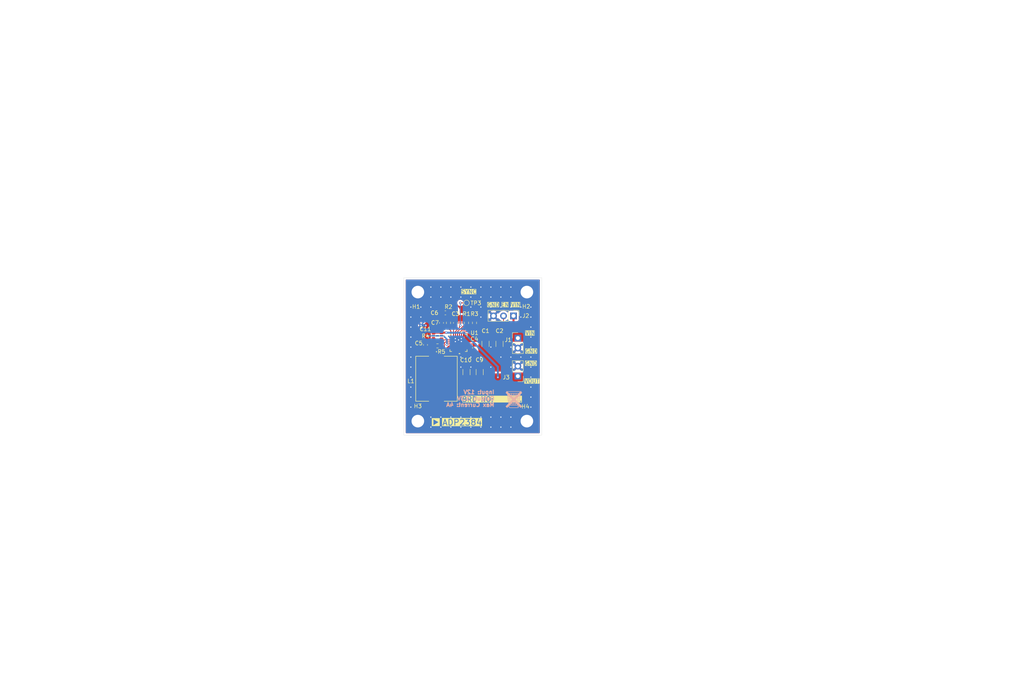
<source format=kicad_pcb>
(kicad_pcb (version 20241229) (generator "pcbnew") (generator_version "9.0")
  (title_block (title "ADP2384 Board") (date "2025-10-19") (rev "A1") (company "ARD"))
  (layers (0 "F.Cu" signal) (2 "B.Cu" jumper) (13 "F.Paste" user) (15 "B.Paste" user) (5 "F.SilkS" user "F.Silkscreen") (7 "B.SilkS" user "B.Silkscreen") (1 "F.Mask" user) (3 "B.Mask" user) (25 "Edge.Cuts" user))
  (net 0 "")
  (net 1 "GND")
  (net 2 "VIN")
  (net 3 "VREG_5V")
  (net 4 "Net-(C6-Pad2)")
  (net 5 "VCC_3V3")
  (net 6 "/SS")
  (net 7 "/BST")
  (net 8 "/SW")
  (net 9 "/COMP")
  (net 10 "/RT")
  (net 11 "/PG")
  (net 12 "/FB")
  (net 13 "/SYNC")
  (net 14 "/EN")
  (net 15 "GNDA")
  (footprint "MountingHole:MountingHole_3.2mm_M3_DIN965_Pad_TopBottom" (layer "F.Cu") (at 151.984 124.008)
    (property "Reference" "H4")
    (property "Value" "MountingHole_Pad" (hide yes))
  )
  (footprint "Capacitor_SMD:C_1206_3216Metric" (layer "F.Cu") (at 136.652 111.56 -90)
    (property "Reference" "C10")
    (property "Value" "47uF" (hide yes))
  )
  (footprint "MountingHole:MountingHole_3.2mm_M3_DIN965_Pad_TopBottom" (layer "F.Cu") (at 124.298 91.242)
    (property "Reference" "H1")
    (property "Value" "MountingHole_Pad" (hide yes))
  )
  (footprint "ADP2384:CP_24_12_ADI" (layer "F.Cu") (at 134.62 104.14)
    (property "Reference" "U1")
    (property "Value" "ADP2384" (hide yes))
  )
  (footprint "Capacitor_SMD:C_0603_1608Metric" (layer "F.Cu") (at 130.302 99.06 -90)
    (property "Reference" "C7")
    (property "Value" "4.7pF" (hide yes))
  )
  (footprint "Connector_PinHeader_2.54mm:PinHeader_1x02_P2.54mm_Vertical" (layer "F.Cu") (at 149.698 102.921)
    (property "Reference" "J1")
    (property "Value" "Conn_01x02" (hide yes))
  )
  (footprint "Capacitor_SMD:C_0603_1608Metric" (layer "F.Cu") (at 138.684 105.41 90)
    (property "Reference" "C4")
    (property "Value" "0.1uF" (hide yes))
  )
  (footprint "Connector_PinHeader_2.54mm:PinHeader_1x02_P2.54mm_Vertical" (layer "F.Cu") (at 149.698 112.583 180)
    (property "Reference" "J3")
    (property "Value" "Conn_01x02" (hide yes))
  )
  (footprint "Capacitor_SMD:C_0603_1608Metric" (layer "F.Cu") (at 133.858 99.06 -90)
    (property "Reference" "C3")
    (property "Value" "22nF" (hide yes))
  )
  (footprint "Resistor_SMD:R_0603_1608Metric" (layer "F.Cu") (at 129.286 104.902 180)
    (property "Reference" "R5")
    (property "Value" "2.21k" (hide yes))
  )
  (footprint "TestPoint:TestPoint_Pad_D1.0mm" (layer "F.Cu") (at 136.652 93.98)
    (property "Reference" "TP3")
    (property "Value" "TestPoint" (hide yes))
  )
  (footprint "Capacitor_SMD:C_1206_3216Metric" (layer "F.Cu") (at 141.478 104.394 90)
    (property "Reference" "C1")
    (property "Value" "10uF" (hide yes))
  )
  (footprint "Connector_PinHeader_2.54mm:PinHeader_1x03_P2.54mm_Vertical" (layer "F.Cu") (at 148.59 97.282 -90)
    (property "Reference" "J2")
    (property "Value" "Conn_01x03" (hide yes))
  )
  (footprint "Resistor_SMD:R_0603_1608Metric" (layer "F.Cu") (at 138.684 99.06 90)
    (property "Reference" "R3")
    (property "Value" "10k" (hide yes))
  )
  (footprint "Resistor_SMD:R_0603_1608Metric" (layer "F.Cu") (at 130.302 102.362 -90)
    (property "Reference" "R4")
    (property "Value" "10k" (hide yes))
  )
  (footprint "Capacitor_SMD:C_0603_1608Metric" (layer "F.Cu") (at 126.238 104.648 -90)
    (property "Reference" "C5")
    (property "Value" "1uF" (hide yes))
  )
  (footprint "Resistor_SMD:R_0603_1608Metric" (layer "F.Cu") (at 132.08 99.06 90)
    (property "Reference" "R2")
    (property "Value" "31.6k" (hide yes))
  )
  (footprint "Resistor_SMD:R_0603_1608Metric" (layer "F.Cu") (at 136.652 99.06 90)
    (property "Reference" "R1")
    (property "Value" "100k" (hide yes))
  )
  (footprint "MountingHole:MountingHole_3.2mm_M3_DIN965_Pad_TopBottom" (layer "F.Cu") (at 151.984 91.242)
    (property "Reference" "H2")
    (property "Value" "MountingHole_Pad" (hide yes))
  )
  (footprint "MountingHole:MountingHole_3.2mm_M3_DIN965_Pad_TopBottom" (layer "F.Cu") (at 124.298 124.008)
    (property "Reference" "H3")
    (property "Value" "MountingHole_Pad" (hide yes))
  )
  (footprint "Capacitor_SMD:C_1206_3216Metric" (layer "F.Cu") (at 145.034 104.394 90)
    (property "Reference" "C2")
    (property "Value" "10uF" (hide yes))
  )
  (footprint "Capacitor_SMD:C_0603_1608Metric" (layer "F.Cu") (at 128.27 102.349 90)
    (property "Reference" "C11")
    (property "Value" "10uF" (hide yes))
  )
  (footprint "Capacitor_SMD:C_0603_1608Metric" (layer "F.Cu") (at 131.2926 96.52)
    (property "Reference" "C6")
    (property "Value" "1500pF" (hide yes))
  )
  (footprint "NetTie:NetTie-2_THT_Pad0.3mm" (layer "F.Cu") (at 126.33 99.704018 180)
    (property "Reference" "NT1" (hide yes))
    (property "Value" "NetTie_2" (hide yes))
  )
  (footprint "Capacitor_SMD:C_1206_3216Metric" (layer "F.Cu") (at 140.002 111.56 -90)
    (property "Reference" "C9")
    (property "Value" "47uF" (hide yes))
  )
  (footprint "IHLP-4040DZ-01:IND_IHLP-4040DZ_VIS" (layer "F.Cu") (at 129.032 113.2459 -90)
    (property "Reference" "L1")
    (property "Value" "3.3uH" (hide yes))
  )
  (gr_poly (pts (xy 131.646417 105.37455) (xy 130.3274 106.68) (xy 123.933798 106.68) (xy 123.924278 110.5408) (xy 134.0358 110.5408) (xy 134.0358 107.7468) (xy 133.4008 106.934) (xy 133.4008 105.470744) (xy 133.59733 105.3084) (xy 135.844133 105.3084) (xy 135.838463 104.613303) (xy 133.415281 104.606227) (xy 133.200841 104.8512) (xy 132.233702 104.8512)) (stroke (width 0.2)) (fill yes) (layer "F.Cu") (net 8))
  (gr_poly (pts (xy 133.604 115.57) (xy 134.619423 114.91051) (xy 134.620187 112.420279) (xy 135.026426 112.014) (xy 146.557999 112.014) (xy 147.828 111.76) (xy 151.638 111.76) (xy 151.638 119.797139) (xy 149.952 121.362694) (xy 126.584 121.359791) (xy 126.155031 121.155944) (xy 125.075151 120.794035) (xy 123.952 120.706) (xy 123.9393 115.57)) (stroke (width 0.2)) (fill yes) (layer "F.Cu") (net 5))
  (gr_poly (pts (xy 137.414 105.7148) (xy 136.9822 105.3592) (xy 136.271 105.3592) (xy 136.271 105.791) (xy 133.858 105.791) (xy 133.858 106.3752) (xy 134.0104 106.3752) (xy 134.140234 106.526673) (xy 137.414 106.5276)) (stroke (width 0.2)) (fill yes) (layer "F.Cu") (net 1))
  (gr_poly (pts (xy 129.032 105.001224) (xy 128.727408 105.291572) (xy 127.762 105.294186) (xy 127.254 104.627431) (xy 126.218899 104.633369) (xy 125.73 104.029436) (xy 125.73 99.704018) (xy 130.2766 94.996) (xy 133.766664 94.996) (xy 134.321468 95.758) (xy 134.334686 96.746953) (xy 134.705657 97.174992) (xy 136.802086 97.173358) (xy 137.2362 97.572028) (xy 137.2362 98.3234) (xy 136.8552 98.6536) (xy 133.3754 98.6536) (xy 133.096 98.3234) (xy 133.096 96.1898) (xy 132.719482 95.7326) (xy 131.415769 95.7326) (xy 131.005958 96.2152) (xy 130.992336 98.330662) (xy 130.7084 98.6282) (xy 129.4384 98.6282) (xy 127.4826 100.584) (xy 127.4826 103.6066) (xy 127.8128 103.9368) (xy 128.7526 103.9368) (xy 129.032 104.1908)) (stroke (width 0.2)) (fill yes) (layer "F.Cu") (net 15))
  (gr_poly (pts (xy 135.8646 102.482041) (xy 136.151972 102.482041) (xy 136.271 102.598255) (xy 136.271 103.914441) (xy 137.652893 103.914441) (xy 138.30746 103.787441) (xy 151.202907 103.750323) (xy 151.228347 100.303628) (xy 141.859 100.33) (xy 140.312099 101.80865) (xy 135.915767 101.824802) (xy 135.8646 101.875614)) (stroke (width 0.2)) (fill yes) (layer "F.Cu") (net 2))
  (gr_poly (pts (xy 129.860666 125.275447) (xy 127.841366 125.275447) (xy 127.841366 125.017994) (xy 128.256987 125.017994) (xy 129.523124 124.273735) (xy 128.256987 123.5619) (xy 128.256987 125.017994) (xy 127.841366 125.017994) (xy 127.841366 123.246) (xy 129.860666 123.246)) (fill yes) (layer "F.SilkS"))
  (gr_poly (pts (xy 146.565334 116.811334) (xy 148.297032 118.543032) (xy 146.565334 120.27473) (xy 146.950302 120.659698) (xy 148.682 118.928) (xy 150.413698 120.659698) (xy 150.798667 120.27473) (xy 149.066969 118.543032) (xy 150.798667 116.811334) (xy 150.413698 116.426365) (xy 148.682 118.158063) (xy 146.950302 116.426365)) (fill yes) (layer "B.SilkS"))
  (gr_poly (pts (xy 150.594386 116.43042) (xy 150.597752 116.430676) (xy 150.601069 116.431098) (xy 150.604334 116.431681) (xy 150.60754 116.432421) (xy 150.610686 116.433314) (xy 150.613766 116.434356) (xy 150.616776 116.435543) (xy 150.619712 116.436871) (xy 150.62257 116.438334) (xy 150.625345 116.43993) (xy 150.628035 116.441655) (xy 150.630634 116.443503) (xy 150.633138 116.44547) (xy 150.635543 116.447554) (xy 150.637845 116.449749) (xy 150.64004 116.452051) (xy 150.642123 116.454456) (xy 150.644091 116.45696) (xy 150.645939 116.459558) (xy 150.647663 116.462248) (xy 150.649259 116.465024) (xy 150.650723 116.467882) (xy 150.65205 116.470818) (xy 150.653237 116.473828) (xy 150.654279 116.476908) (xy 150.655173 116.480053) (xy 150.655913 116.48326) (xy 150.656496 116.486524) (xy 150.656917 116.489841) (xy 150.657173 116.493207) (xy 150.657259 116.496618) (xy 150.657173 116.500029) (xy 150.656917 116.503395) (xy 150.656496 116.506712) (xy 150.655913 116.509976) (xy 150.655173 116.513183) (xy 150.654279 116.516328) (xy 150.653237 116.519408) (xy 150.65205 116.522418) (xy 150.650723 116.525354) (xy 150.649259 116.528212) (xy 150.647663 116.530988) (xy 150.645939 116.533677) (xy 150.644091 116.536276) (xy 150.642123 116.53878) (xy 150.64004 116.541185) (xy 150.637845 116.543487) (xy 150.635543 116.545682) (xy 150.633138 116.547765) (xy 150.630634 116.549733) (xy 150.628035 116.551581) (xy 150.625345 116.553305) (xy 150.62257 116.554901) (xy 150.619712 116.556365) (xy 150.616776 116.557693) (xy 150.613766 116.55888) (xy 150.610686 116.559922) (xy 150.60754 116.560815) (xy 150.604334 116.561555) (xy 150.601069 116.562138) (xy 150.597752 116.56256) (xy 150.594386 116.562816) (xy 150.590975 116.562902) (xy 150.437665 116.562902) (xy 150.232892 118.267053) (xy 150.232821 118.268448) (xy 150.232726 118.269836) (xy 150.232606 118.271216) (xy 150.23246 118.272587) (xy 150.232286 118.27395) (xy 150.232083 118.275302) (xy 150.231849 118.276645) (xy 150.231584 118.277976) (xy 149.981579 120.358673) (xy 149.979105 120.374867) (xy 149.97591 120.390792) (xy 149.972011 120.406432) (xy 149.967426 120.42177) (xy 149.962174 120.436791) (xy 149.956274 120.451478) (xy 149.949743 120.465815) (xy 149.9426 120.479786) (xy 149.934864 120.493376) (xy 149.926552 120.506568) (xy 149.917684 120.519346) (xy 149.908276 120.531694) (xy 149.898349 120.543596) (xy 149.887919 120.555036) (xy 149.877006 120.565998) (xy 149.865628 120.576466) (xy 149.853803 120.586424) (xy 149.84155 120.595856) (xy 149.828886 120.604745) (xy 149.815831 120.613076) (xy 149.802402 120.620833) (xy 149.788618 120.628) (xy 149.774497 120.63456) (xy 149.760058 120.640498) (xy 149.745319 120.645797) (xy 149.730298 120.650442) (xy 149.715014 120.654416) (xy 149.699485 120.657704) (xy 149.683729 120.660289) (xy 149.667765 120.662155) (xy 149.651611 120.663286) (xy 149.635285 120.663667) (xy 147.728712 120.663667) (xy 147.712386 120.663286) (xy 147.696232 120.662155) (xy 147.680268 120.660289) (xy 147.664513 120.657705) (xy 147.648984 120.654418) (xy 147.6337 120.650446) (xy 147.618679 120.645803) (xy 147.60394 120.640507) (xy 147.589501 120.634573) (xy 147.575381 120.628017) (xy 147.561598 120.620857) (xy 147.54817 120.613107) (xy 147.535115 120.604784) (xy 147.522452 120.595904) (xy 147.5102 120.586483) (xy 147.498376 120.576538) (xy 147.487 120.566084) (xy 147.476089 120.555138) (xy 147.465661 120.543716) (xy 147.455736 120.531834) (xy 147.446331 120.519508) (xy 147.437465 120.506754) (xy 147.429156 120.493589) (xy 147.421423 120.480029) (xy 147.414283 120.466089) (xy 147.407756 120.451786) (xy 147.40186 120.437136) (xy 147.396612 120.422155) (xy 147.392032 120.40686) (xy 147.388138 120.391266) (xy 147.384948 120.375389) (xy 147.38248 120.359247) (xy 147.3426 120.027341) (xy 147.476126 120.027341) (xy 147.514032 120.342861) (xy 147.515556 120.352821) (xy 147.517528 120.362619) (xy 147.519938 120.372245) (xy 147.522773 120.381688) (xy 147.526023 120.39094) (xy 147.529675 120.399989) (xy 147.533719 120.408826) (xy 147.538144 120.41744) (xy 147.542937 120.425822) (xy 147.548087 120.433961) (xy 147.553583 120.441847) (xy 147.559414 120.44947) (xy 147.565568 120.45682) (xy 147.572033 120.463886) (xy 147.578799 120.470659) (xy 147.585854 120.477129) (xy 147.593186 120.483284) (xy 147.600784 120.489116) (xy 147.608637 120.494615) (xy 147.616733 120.499769) (xy 147.625061 120.504569) (xy 147.63361 120.509004) (xy 147.642367 120.513066) (xy 147.651323 120.516743) (xy 147.660464 120.520025) (xy 147.669781 120.522902) (xy 147.67926 120.525365) (xy 147.688892 120.527402) (xy 147.698665 120.529004) (xy 147.708566 120.530161) (xy 147.718586 120.530863) (xy 147.728712 120.531099) (xy 149.635285 120.531099) (xy 149.645411 120.530863) (xy 149.655431 120.530161) (xy 149.665332 120.529004) (xy 149.675105 120.527401) (xy 149.684737 120.525362) (xy 149.694217 120.522898) (xy 149.703533 120.520019) (xy 149.712675 120.516733) (xy 149.721631 120.513053) (xy 149.730389 120.508987) (xy 149.738938 120.504545) (xy 149.747267 120.499738) (xy 149.755364 120.494576) (xy 149.763218 120.489068) (xy 149.770818 120.483224) (xy 149.778151 120.477056) (xy 149.785207 120.470572) (xy 149.791975 120.463782) (xy 149.798442 120.456698) (xy 149.804598 120.449327) (xy 149.810431 120.441682) (xy 149.81593 120.433772) (xy 149.821083 120.425606) (xy 149.825879 120.417194) (xy 149.830307 120.408548) (xy 149.834355 120.399677) (xy 149.838011 120.39059) (xy 149.841265 120.381298) (xy 149.844105 120.371811) (xy 149.84652 120.362138) (xy 149.848498 120.352291) (xy 149.850027 120.342279) (xy 149.887862 120.027341) (xy 149.565943 120.027341) (xy 149.565854 120.027341) (xy 149.565749 120.027341) (xy 147.798239 120.027341) (xy 147.798133 120.027341) (xy 147.798045 120.027341) (xy 147.476126 120.027341) (xy 147.3426 120.027341) (xy 147.291628 119.603124) (xy 147.425158 119.603124) (xy 147.4602 119.894774) (xy 147.726176 119.894774) (xy 147.701871 119.603124) (xy 147.834899 119.603124) (xy 147.859203 119.894774) (xy 148.171002 119.894774) (xy 148.158851 119.603124) (xy 148.291533 119.603124) (xy 148.303685 119.894774) (xy 148.615715 119.894774) (xy 148.748282 119.894774) (xy 149.060312 119.894774) (xy 149.192995 119.894774) (xy 149.504794 119.894774) (xy 149.637822 119.894774) (xy 149.903797 119.894774) (xy 149.938839 119.603124) (xy 149.662126 119.603124) (xy 149.637822 119.894774) (xy 149.504794 119.894774) (xy 149.529098 119.603124) (xy 149.205146 119.603124) (xy 149.192995 119.894774) (xy 149.060312 119.894774) (xy 149.072464 119.603124) (xy 148.748282 119.603124) (xy 148.748282 119.894774) (xy 148.615715 119.894774) (xy 148.615715 119.603124) (xy 148.291533 119.603124) (xy 148.158851 119.603124) (xy 147.834899 119.603124) (xy 147.701871 119.603124) (xy 147.425158 119.603124) (xy 147.291628 119.603124) (xy 147.240657 119.178907) (xy 147.374181 119.178907) (xy 147.409224 119.470565) (xy 147.409347 119.470556) (xy 147.690824 119.470556) (xy 147.66652 119.178907) (xy 147.799547 119.178907) (xy 147.823852 119.470556) (xy 148.153327 119.470556) (xy 148.141175 119.178907) (xy 148.273858 119.178907) (xy 148.286009 119.470556) (xy 148.615715 119.470556) (xy 148.748282 119.470556) (xy 149.077987 119.470556) (xy 149.21067 119.470556) (xy 149.540146 119.470556) (xy 149.673173 119.470556) (xy 149.95465 119.470556) (xy 149.954774 119.470565) (xy 149.989816 119.178907) (xy 149.697477 119.178907) (xy 149.673173 119.470556) (xy 149.540146 119.470556) (xy 149.56445 119.178907) (xy 149.222822 119.178907) (xy 149.21067 119.470556) (xy 149.077987 119.470556) (xy 149.09014 119.178907) (xy 148.748282 119.178907) (xy 148.748282 119.470556) (xy 148.615715 119.470556) (xy 148.615715 119.178907) (xy 148.273858 119.178907) (xy 148.141175 119.178907) (xy 147.799547 119.178907) (xy 147.66652 119.178907) (xy 147.374181 119.178907) (xy 147.240657 119.178907) (xy 147.189685 118.75469) (xy 147.323213 118.75469) (xy 147.358256 119.046339) (xy 147.655473 119.046339) (xy 147.631169 118.75469) (xy 147.764196 118.75469) (xy 147.7885 119.046339) (xy 148.135651 119.046339) (xy 148.123499 118.75469) (xy 148.256182 118.75469) (xy 148.268334 119.046339) (xy 148.615715 119.046339) (xy 148.748282 119.046339) (xy 149.095663 119.046339) (xy 149.228346 119.046339) (xy 149.575497 119.046339) (xy 149.708524 119.046339) (xy 150.005742 119.046339) (xy 150.040784 118.75469) (xy 149.732828 118.75469) (xy 149.708524 119.046339) (xy 149.575497 119.046339) (xy 149.599801 118.75469) (xy 149.240498 118.75469) (xy 149.228346 119.046339) (xy 149.095663 119.046339) (xy 149.107815 118.75469) (xy 148.748282 118.75469) (xy 148.748282 119.046339) (xy 148.615715 119.046339) (xy 148.615715 118.75469) (xy 148.256182 118.75469) (xy 148.123499 118.75469) (xy 147.764196 118.75469) (xy 147.631169 118.75469) (xy 147.323213 118.75469) (xy 147.189685 118.75469) (xy 147.138713 118.330473) (xy 147.272237 118.330473) (xy 147.307279 118.622122) (xy 147.620121 118.622122) (xy 147.595817 118.330473) (xy 147.728845 118.330473) (xy 147.753149 118.622122) (xy 148.117975 118.622122) (xy 148.105823 118.330473) (xy 148.238506 118.330473) (xy 148.250658 118.622122) (xy 148.615715 118.622122) (xy 148.748282 118.622122) (xy 149.113339 118.622122) (xy 149.246022 118.622122) (xy 149.610848 118.622122) (xy 149.743876 118.622122) (xy 150.056718 118.622122) (xy 150.09176 118.330473) (xy 149.76818 118.330473) (xy 149.743876 118.622122) (xy 149.610848 118.622122) (xy 149.635153 118.330473) (xy 149.258174 118.330473) (xy 149.246022 118.622122) (xy 149.113339 118.622122) (xy 149.125491 118.330473) (xy 148.748282 118.330473) (xy 148.748282 118.622122) (xy 148.615715 118.622122) (xy 148.615715 118.330473) (xy 148.238506 118.330473) (xy 148.105823 118.330473) (xy 147.728845 118.330473) (xy 147.595817 118.330473) (xy 147.272237 118.330473) (xy 147.138713 118.330473) (xy 147.132404 118.277967) (xy 147.132141 118.276636) (xy 147.131909 118.275294) (xy 147.131706 118.273941) (xy 147.131531 118.27258) (xy 147.131384 118.271209) (xy 147.131263 118.269831) (xy 147.131168 118.268445) (xy 147.131096 118.267053) (xy 147.087744 117.906256) (xy 147.221269 117.906256) (xy 147.256311 118.197905) (xy 147.58477 118.197905) (xy 147.560466 117.906256) (xy 147.693493 117.906256) (xy 147.717797 118.197905) (xy 148.1003 118.197905) (xy 148.088148 117.906256) (xy 148.22083 117.906256) (xy 148.232982 118.197905) (xy 148.615715 118.197905) (xy 148.748282 118.197905) (xy 149.131015 118.197905) (xy 149.263697 118.197905) (xy 149.6462 118.197905) (xy 149.779227 118.197905) (xy 150.107686 118.197905) (xy 150.142728 117.906256) (xy 149.803531 117.906256) (xy 149.779227 118.197905) (xy 149.6462 118.197905) (xy 149.670504 117.906256) (xy 149.27585 117.906256) (xy 149.263697 118.197905) (xy 149.131015 118.197905) (xy 149.143167 117.906256) (xy 148.748282 117.906256) (xy 148.748282 118.197905) (xy 148.615715 118.197905) (xy 148.615715 117.906256) (xy 148.22083 117.906256) (xy 148.088148 117.906256) (xy 147.693493 117.906256) (xy 147.560466 117.906256) (xy 147.221269 117.906256) (xy 147.087744 117.906256) (xy 147.036772 117.482039) (xy 147.170292 117.482039) (xy 147.205334 117.773688) (xy 147.549418 117.773688) (xy 147.525114 117.482039) (xy 147.658142 117.482039) (xy 147.682446 117.773688) (xy 148.082624 117.773688) (xy 148.070472 117.482039) (xy 148.203155 117.482039) (xy 148.215307 117.773688) (xy 148.615715 117.773688) (xy 148.748282 117.773688) (xy 149.14869 117.773688) (xy 149.281373 117.773688) (xy 149.681551 117.773688) (xy 149.814579 117.773688) (xy 150.158663 117.773688) (xy 150.193705 117.482039) (xy 149.838883 117.482039) (xy 149.814579 117.773688) (xy 149.681551 117.773688) (xy 149.705855 117.482039) (xy 149.293525 117.482039) (xy 149.281373 117.773688) (xy 149.14869 117.773688) (xy 149.160842 117.482039) (xy 148.748282 117.482039) (xy 148.748282 117.773688) (xy 148.615715 117.773688) (xy 148.615715 117.482039) (xy 148.203155 117.482039) (xy 148.070472 117.482039) (xy 147.658142 117.482039) (xy 147.525114 117.482039) (xy 147.170292 117.482039) (xy 147.036772 117.482039) (xy 146.9858 117.057822) (xy 147.119324 117.057822) (xy 147.154366 117.349471) (xy 147.514067 117.349471) (xy 147.489763 117.057822) (xy 147.62279 117.057822) (xy 147.647094 117.349471) (xy 148.064948 117.349471) (xy 148.052796 117.057822) (xy 148.185479 117.057822) (xy 148.197631 117.349471) (xy 148.615715 117.349471) (xy 148.748282 117.349471) (xy 149.166366 117.349471) (xy 149.299049 117.349471) (xy 149.716903 117.349471) (xy 149.84993 117.349471) (xy 150.209631 117.349471) (xy 150.244673 117.057822) (xy 149.874234 117.057822) (xy 149.84993 117.349471) (xy 149.716903 117.349471) (xy 149.741207 117.057822) (xy 149.311201 117.057822) (xy 149.299049 117.349471) (xy 149.166366 117.349471) (xy 149.178518 117.057822) (xy 148.748282 117.057822) (xy 148.748282 117.349471) (xy 148.615715 117.349471) (xy 148.615715 117.057822) (xy 148.185479 117.057822) (xy 148.052796 117.057822) (xy 147.62279 117.057822) (xy 147.489763 117.057822) (xy 147.119324 117.057822) (xy 146.9858 117.057822) (xy 146.926332 116.562902) (xy 147.059854 116.562902) (xy 147.10339 116.925254) (xy 150.260608 116.925254) (xy 150.304143 116.562902) (xy 147.059854 116.562902) (xy 146.926332 116.562902) (xy 146.773022 116.562902) (xy 146.769611 116.562816) (xy 146.766245 116.56256) (xy 146.762928 116.562138) (xy 146.759663 116.561555) (xy 146.756457 116.560815) (xy 146.753311 116.559922) (xy 146.750231 116.55888) (xy 146.747221 116.557693) (xy 146.744285 116.556365) (xy 146.741427 116.554901) (xy 146.738652 116.553305) (xy 146.735962 116.551581) (xy 146.733363 116.549733) (xy 146.730859 116.547765) (xy 146.728454 116.545682) (xy 146.726152 116.543487) (xy 146.723957 116.541185) (xy 146.721874 116.53878) (xy 146.719906 116.536276) (xy 146.718058 116.533677) (xy 146.716334 116.530988) (xy 146.714738 116.528212) (xy 146.713274 116.525354) (xy 146.711947 116.522418) (xy 146.71076 116.519408) (xy 146.709718 116.516328) (xy 146.708825 116.513183) (xy 146.708084 116.509976) (xy 146.707501 116.506712) (xy 146.70708 116.503395) (xy 146.706824 116.500029) (xy 146.706738 116.496618) (xy 146.706824 116.493207) (xy 146.70708 116.489841) (xy 146.707501 116.486524) (xy 146.708084 116.48326) (xy 146.708825 116.480053) (xy 146.709718 116.476908) (xy 146.71076 116.473828) (xy 146.711947 116.470818) (xy 146.713274 116.467882) (xy 146.714738 116.465024) (xy 146.716334 116.462248) (xy 146.718058 116.459558) (xy 146.719906 116.45696) (xy 146.721874 116.454456) (xy 146.723957 116.452051) (xy 146.726152 116.449749) (xy 146.728454 116.447554) (xy 146.730859 116.44547) (xy 146.733363 116.443503) (xy 146.735962 116.441655) (xy 146.738652 116.43993) (xy 146.741427 116.438334) (xy 146.744285 116.436871) (xy 146.747221 116.435543) (xy 146.750231 116.434356) (xy 146.753311 116.433314) (xy 146.756457 116.432421) (xy 146.759663 116.431681) (xy 146.762928 116.431098) (xy 146.766245 116.430676) (xy 146.769611 116.43042) (xy 146.773022 116.430334) (xy 150.379972 116.430334) (xy 150.380025 116.430334) (xy 150.590975 116.430334)) (fill yes) (layer "B.SilkS"))
  (gr_poly (pts (xy 149.700509 120.107019) (xy 149.703911 120.107324) (xy 149.70729 120.107801) (xy 149.710604 120.108441) (xy 149.713852 120.10924) (xy 149.717027 120.110193) (xy 149.720128 120.111296) (xy 149.72315 120.112544) (xy 149.72609 120.113932) (xy 149.728944 120.115456) (xy 149.731709 120.117112) (xy 149.73438 120.118893) (xy 149.736954 120.120797) (xy 149.739428 120.122818) (xy 149.741797 120.124951) (xy 149.744059 120.127193) (xy 149.746209 120.129539) (xy 149.748244 120.131983) (xy 149.75016 120.134521) (xy 149.751953 120.137149) (xy 149.753621 120.139862) (xy 149.755158 120.142656) (xy 149.756562 120.145525) (xy 149.757829 120.148466) (xy 149.758956 120.151473) (xy 149.759937 120.154542) (xy 149.760771 120.157669) (xy 149.761453 120.160849) (xy 149.761979 120.164076) (xy 149.762347 120.167347) (xy 149.762551 120.170657) (xy 149.76259 120.174002) (xy 149.762458 120.177376) (xy 149.762152 120.180775) (xy 149.73768 120.392884) (xy 149.737243 120.396025) (xy 149.736664 120.399111) (xy 149.735948 120.402139) (xy 149.735097 120.405107) (xy 149.734117 120.40801) (xy 149.733009 120.410847) (xy 149.731779 120.413614) (xy 149.73043 120.416309) (xy 149.728965 120.418928) (xy 149.727388 120.421468) (xy 149.725704 120.423927) (xy 149.723915 120.426302) (xy 149.722025 120.42859) (xy 149.720038 120.430787) (xy 149.717958 120.432892) (xy 149.715789 120.4349) (xy 149.713533 120.436809) (xy 149.711196 120.438617) (xy 149.70878 120.440319) (xy 149.706289 120.441914) (xy 149.703727 120.443398) (xy 149.701098 120.444769) (xy 149.698406 120.446022) (xy 149.695653 120.447157) (xy 149.692844 120.448169) (xy 149.689982 120.449055) (xy 149.687072 120.449813) (xy 149.684117 120.45044) (xy 149.68112 120.450933) (xy 149.678085 120.451288) (xy 149.675017 120.451504) (xy 149.671918 120.451576) (xy 149.670965 120.451569) (xy 149.670011 120.451549) (xy 149.669054 120.451516) (xy 149.668094 120.451468) (xy 149.667133 120.451406) (xy 149.66617 120.45133) (xy 149.665205 120.451239) (xy 149.664238 120.451134) (xy 149.660859 120.450657) (xy 149.657544 120.450016) (xy 149.654297 120.449216) (xy 149.651121 120.448262) (xy 149.64802 120.447158) (xy 149.644998 120.44591) (xy 149.642057 120.444521) (xy 149.639203 120.442997) (xy 149.636438 120.441341) (xy 149.633767 120.439559) (xy 149.631192 120.437655) (xy 149.628718 120.435634) (xy 149.626348 120.4335) (xy 149.624086 120.431258) (xy 149.621936 120.428913) (xy 149.6199 120.426469) (xy 149.617984 120.42393) (xy 149.61619 120.421302) (xy 149.614522 120.418589) (xy 149.612984 120.415796) (xy 149.61158 120.412927) (xy 149.610312 120.409986) (xy 149.609186 120.406979) (xy 149.608204 120.403911) (xy 149.60737 120.400784) (xy 149.606688 120.397606) (xy 149.606161 120.394378) (xy 149.605793 120.391108) (xy 149.605589 120.387799) (xy 149.60555 120.384455) (xy 149.605682 120.381081) (xy 149.605988 120.377683) (xy 149.63046 120.165574) (xy 149.630937 120.162195) (xy 149.631578 120.158881) (xy 149.632377 120.155634) (xy 149.63333 120.152458) (xy 149.634433 120.149357) (xy 149.63568 120.146335) (xy 149.637068 120.143395) (xy 149.638591 120.140541) (xy 149.640245 120.137776) (xy 149.642026 120.135105) (xy 149.643928 120.132531) (xy 149.645948 120.130057) (xy 149.64808 120.127687) (xy 149.650321 120.125426) (xy 149.652665 120.123275) (xy 149.655108 120.12124) (xy 149.657646 120.119324) (xy 149.660273 120.11753) (xy 149.662985 120.115863) (xy 149.665778 120.114325) (xy 149.668647 120.11292) (xy 149.671588 120.111653) (xy 149.674595 120.110526) (xy 149.677665 120.109544) (xy 149.680792 120.10871) (xy 149.683972 120.108028) (xy 149.687201 120.107501) (xy 149.690473 120.107133) (xy 149.693785 120.106927) (xy 149.697132 120.106888)) (fill yes) (layer "B.SilkS"))
  (gr_poly (pts (xy 150.100251 116.642571) (xy 150.103647 116.642876) (xy 150.107026 116.643353) (xy 150.110341 116.643994) (xy 150.113588 116.644794) (xy 150.116764 116.645748) (xy 150.119865 116.646851) (xy 150.122887 116.6481) (xy 150.125828 116.649488) (xy 150.128682 116.651013) (xy 150.131447 116.652668) (xy 150.134118 116.654451) (xy 150.136693 116.656354) (xy 150.139167 116.658376) (xy 150.141537 116.660509) (xy 150.143799 116.662751) (xy 150.145949 116.665097) (xy 150.147985 116.667541) (xy 150.149901 116.670079) (xy 150.151695 116.672707) (xy 150.153363 116.67542) (xy 150.154901 116.678214) (xy 150.156305 116.681083) (xy 150.157573 116.684023) (xy 150.158699 116.68703) (xy 150.159681 116.690099) (xy 150.160515 116.693225) (xy 150.161197 116.696404) (xy 150.161724 116.699631) (xy 150.162092 116.702902) (xy 150.162296 116.706211) (xy 150.162335 116.709555) (xy 150.162203 116.712929) (xy 150.161898 116.716327) (xy 150.15374 116.786994) (xy 150.153303 116.790136) (xy 150.152724 116.793222) (xy 150.152008 116.79625) (xy 150.151157 116.799217) (xy 150.150177 116.802121) (xy 150.149069 116.804957) (xy 150.147839 116.807725) (xy 150.14649 116.810419) (xy 150.145025 116.813038) (xy 150.143448 116.815579) (xy 150.141764 116.818038) (xy 150.139975 116.820413) (xy 150.138085 116.822701) (xy 150.136098 116.824898) (xy 150.134018 116.827002) (xy 150.131849 116.829011) (xy 150.129593 116.83092) (xy 150.127256 116.832728) (xy 150.12484 116.83443) (xy 150.122349 116.836025) (xy 150.119787 116.837509) (xy 150.117158 116.838879) (xy 150.114465 116.840133) (xy 150.111713 116.841267) (xy 150.108904 116.842279) (xy 150.106042 116.843166) (xy 150.103132 116.843924) (xy 150.100177 116.844551) (xy 150.09718 116.845043) (xy 150.094145 116.845399) (xy 150.091076 116.845614) (xy 150.087978 116.845687) (xy 150.087025 116.84568) (xy 150.08607 116.84566) (xy 150.085113 116.845626) (xy 150.084154 116.845578) (xy 150.083193 116.845517) (xy 150.08223 116.845441) (xy 150.081265 116.84535) (xy 150.080298 116.845245) (xy 150.07692 116.844768) (xy 150.073606 116.844128) (xy 150.070359 116.843328) (xy 150.067184 116.842375) (xy 150.064083 116.841272) (xy 150.061062 116.840024) (xy 150.058122 116.838635) (xy 150.055268 116.837111) (xy 150.052503 116.835456) (xy 150.049832 116.833674) (xy 150.047258 116.83177) (xy 150.044784 116.829749) (xy 150.042414 116.827615) (xy 150.040152 116.825373) (xy 150.038001 116.823027) (xy 150.035966 116.820583) (xy 150.034049 116.818044) (xy 150.032255 116.815416) (xy 150.030587 116.812703) (xy 150.029048 116.809909) (xy 150.027643 116.807039) (xy 150.026375 116.804099) (xy 150.025248 116.801092) (xy 150.024265 116.798023) (xy 150.02343 116.794896) (xy 150.022747 116.791717) (xy 150.022219 116.78849) (xy 150.02185 116.785219) (xy 150.021644 116.781909) (xy 150.021604 116.778565) (xy 150.021735 116.775192) (xy 150.022039 116.771793) (xy 150.030196 116.701126) (xy 150.030674 116.697747) (xy 150.031315 116.694432) (xy 150.032115 116.691185) (xy 150.033069 116.68801) (xy 150.034173 116.684909) (xy 150.035422 116.681887) (xy 150.036812 116.678947) (xy 150.038337 116.676093) (xy 150.039993 116.673328) (xy 150.041776 116.670657) (xy 150.043681 116.668082) (xy 150.045703 116.665609) (xy 150.047838 116.663239) (xy 150.05008 116.660977) (xy 150.052426 116.658827) (xy 150.054871 116.656792) (xy 150.05741 116.654876) (xy 150.060039 116.653082) (xy 150.062752 116.651414) (xy 150.065546 116.649876) (xy 150.068415 116.648472) (xy 150.071356 116.647204) (xy 150.074362 116.646078) (xy 150.077431 116.645096) (xy 150.080556 116.644262) (xy 150.083735 116.643579) (xy 150.086961 116.643052) (xy 150.09023 116.642684) (xy 150.093538 116.642479) (xy 150.09688 116.64244)) (fill yes) (layer "B.SilkS"))
  (gr_rect (start 120.742 87.564) (end 155.742 127.564) (stroke (width 0.05)) (fill no) (layer "Edge.Cuts"))
  (gr_text "VIN" (at 151.5522 102.2656 0) (layer "F.SilkS" knockout) (effects (font (size 1 1) (thickness 0.125)) (justify left bottom)))
  (gr_text "VIN" (at 147.92 95.052 0) (layer "F.SilkS" knockout) (effects (font (size 1 1) (thickness 0.125)) (justify left bottom)))
  (gr_text "GND" (at 151.3998 109.9364 0) (layer "F.SilkS" knockout) (effects (font (size 1 1) (thickness 0.125)) (justify left bottom)))
  (gr_text "SYNC" (at 135.22 91.75 0) (layer "F.SilkS" knockout) (effects (font (size 1 1) (thickness 0.125)) (justify left bottom)))
  (gr_text "VOUT" (at 151.3236 114.4576 0) (layer "F.SilkS" knockout) (effects (font (size 1 1) (thickness 0.125)) (justify left bottom)))
  (gr_text "ADP2384" (at 130.4194 125.2272 0) (layer "F.SilkS" knockout) (effects (font (size 1.5 1.5) (thickness 0.2) (bold yes)) (justify left bottom)))
  (gr_text "BRD NO:       ." (at 135.4232 118.4708 0) (layer "F.SilkS" knockout) (effects (font (size 1.25 1.25) (thickness 0.2) (bold yes)) (justify left)))
  (gr_text "EN" (at 145.38 95.052 0) (layer "F.SilkS" knockout) (effects (font (size 1 1) (thickness 0.125)) (justify left bottom)))
  (gr_text "GND" (at 151.476 106.841 0) (layer "F.SilkS" knockout) (effects (font (size 1 1) (thickness 0.125)) (justify left bottom)))
  (gr_text "GND" (at 141.824 95.052 0) (layer "F.SilkS" knockout) (effects (font (size 1 1) (thickness 0.125)) (justify left bottom)))
  (gr_text "Input: 12V\nOutput: 3.3V\nMax Current: 4A" (at 143.856 120.452 0) (layer "B.SilkS") (effects (font (size 1 1) (thickness 0.25) (bold yes)) (justify left bottom mirror)))
  (segment (start 154.178 122.428) (end 153.67 121.92) (width 0.2) (layer "F.Cu") (net 1))
  (via (at 127.6 125.532) (size 0.6) (drill 0.3) (layers "F.Cu" "B.Cu") (net 1))
  (via (at 122.52 97.592) (size 0.6) (drill 0.3) (layers "F.Cu" "B.Cu") (net 1))
  (via (at 142.84 105.212) (size 0.6) (drill 0.3) (layers "F.Cu" "B.Cu") (net 1))
  (via (at 134.62 103.378) (size 0.6) (drill 0.3) (layers "F.Cu" "B.Cu") (net 1))
  (via (at 122.52 100.132) (size 0.6) (drill 0.3) (layers "F.Cu" "B.Cu") (net 1))
  (via (at 135.347 103.053) (size 0.6) (drill 0.3) (layers "F.Cu" "B.Cu") (net 1))
  (via (at 140.3 95.052) (size 0.6) (drill 0.3) (layers "F.Cu" "B.Cu") (net 1))
  (via (at 153 100.132) (size 0.6) (drill 0.3) (layers "F.Cu" "B.Cu") (net 1))
  (via (at 153 105.212) (size 0.6) (drill 0.3) (layers "F.Cu" "B.Cu") (net 1))
  (via (at 153 107.752) (size 0.6) (drill 0.3) (layers "F.Cu" "B.Cu") (net 1))
  (via (at 142.84 89.972) (size 0.6) (drill 0.3) (layers "F.Cu" "B.Cu") (net 1))
  (via (at 140.3 125.532) (size 0.6) (drill 0.3) (layers "F.Cu" "B.Cu") (net 1))
  (via (at 135.22 92.512) (size 0.6) (drill 0.3) (layers "F.Cu" "B.Cu") (net 1))
  (via (at 147.92 92.512) (size 0.6) (drill 0.3) (layers "F.Cu" "B.Cu") (net 1))
  (via (at 130.14 89.972) (size 0.6) (drill 0.3) (layers "F.Cu" "B.Cu") (net 1))
  (via (at 132.68 89.972) (size 0.6) (drill 0.3) (layers "F.Cu" "B.Cu") (net 1))
  (via (at 145.38 122.992) (size 0.6) (drill 0.3) (layers "F.Cu" "B.Cu") (net 1))
  (via (at 122.52 115.372) (size 0.6) (drill 0.3) (layers "F.Cu" "B.Cu") (net 1))
  (via (at 133.823 103.815) (size 0.6) (drill 0.3) (layers "F.Cu" "B.Cu") (net 1))
  (via (at 135.347 103.7896) (size 0.6) (drill 0.3) (layers "F.Cu" "B.Cu") (net 1))
  (via (at 135.22 110.292) (size 0.6) (drill 0.3) (layers "F.Cu" "B.Cu") (net 1))
  (via (at 137.76 92.512) (size 0.6) (drill 0.3) (layers "F.Cu" "B.Cu") (net 1))
  (via (at 153 110.292) (size 0.6) (drill 0.3) (layers "F.Cu" "B.Cu") (net 1))
  (via (at 147.92 89.972) (size 0.6) (drill 0.3) (layers "F.Cu" "B.Cu") (net 1))
  (via (at 145.38 125.532) (size 0.6) (drill 0.3) (layers "F.Cu" "B.Cu") (net 1))
  (via (at 153 97.592) (size 0.6) (drill 0.3) (layers "F.Cu" "B.Cu") (net 1))
  (via (at 153 120.452) (size 0.6) (drill 0.3) (layers "F.Cu" "B.Cu") (net 1))
  (via (at 127.6 122.992) (size 0.6) (drill 0.3) (layers "F.Cu" "B.Cu") (net 1))
  (via (at 122.52 117.912) (size 0.6) (drill 0.3) (layers "F.Cu" "B.Cu") (net 1))
  (via (at 137.76 107.752) (size 0.6) (drill 0.3) (layers "F.Cu" "B.Cu") (net 1))
  (via (at 137.76 122.992) (size 0.6) (drill 0.3) (layers "F.Cu" "B.Cu") (net 1))
  (via (at 145.38 89.972) (size 0.6) (drill 0.3) (layers "F.Cu" "B.Cu") (net 1))
  (via (at 127.6 92.512) (size 0.6) (drill 0.3) (layers "F.Cu" "B.Cu") (net 1))
  (via (at 135.22 89.972) (size 0.6) (drill 0.3) (layers "F.Cu" "B.Cu") (net 1))
  (via (at 127.6 95.052) (size 0.6) (drill 0.3) (layers "F.Cu" "B.Cu") (net 1))
  (via (at 150.46 97.592) (size 0.6) (drill 0.3) (layers "F.Cu" "B.Cu") (net 1))
  (via (at 142.84 125.532) (size 0.6) (drill 0.3) (layers "F.Cu" "B.Cu") (net 1))
  (via (at 137.76 89.972) (size 0.6) (drill 0.3) (layers "F.Cu" "B.Cu") (net 1))
  (via (at 142.84 122.992) (size 0.6) (drill 0.3) (layers "F.Cu" "B.Cu") (net 1))
  (via (at 122.52 107.752) (size 0.6) (drill 0.3) (layers "F.Cu" "B.Cu") (net 1))
  (via (at 132.68 92.512) (size 0.6) (drill 0.3) (layers "F.Cu" "B.Cu") (net 1))
  (via (at 145.38 92.512) (size 0.6) (drill 0.3) (layers "F.Cu" "B.Cu") (net 1))
  (via (at 122.52 112.832) (size 0.6) (drill 0.3) (layers "F.Cu" "B.Cu") (net 1))
  (via (at 140.3 122.992) (size 0.6) (drill 0.3) (layers "F.Cu" "B.Cu") (net 1))
  (via (at 142.84 110.292) (size 0.6) (drill 0.3) (layers "F.Cu" "B.Cu") (net 1))
  (via (at 135.22 122.992) (size 0.6) (drill 0.3) (layers "F.Cu" "B.Cu") (net 1))
  (via (at 125.06 95.052) (size 0.6) (drill 0.3) (layers "F.Cu" "B.Cu") (net 1))
  (via (at 137.76 125.532) (size 0.6) (drill 0.3) (layers "F.Cu" "B.Cu") (net 1))
  (via (at 122.52 110.292) (size 0.6) (drill 0.3) (layers "F.Cu" "B.Cu") (net 1))
  (via (at 140.3 97.592) (size 0.6) (drill 0.3) (layers "F.Cu" "B.Cu") (net 1))
  (via (at 147.92 95.052) (size 0.6) (drill 0.3) (layers "F.Cu" "B.Cu") (net 1))
  (via (at 137.76 95.052) (size 0.6) (drill 0.3) (layers "F.Cu" "B.Cu") (net 1))
  (via (at 150.46 95.052) (size 0.6) (drill 0.3) (layers "F.Cu" "B.Cu") (net 1))
  (via (at 140.3 107.752) (size 0.6) (drill 0.3) (layers "F.Cu" "B.Cu") (net 1))
  (via (at 132.68 122.992) (size 0.6) (drill 0.3) (layers "F.Cu" "B.Cu") (net 1))
  (via (at 153 115.372) (size 0.6) (drill 0.3) (layers "F.Cu" "B.Cu") (net 1))
  (via (at 122.52 102.672) (size 0.6) (drill 0.3) (layers "F.Cu" "B.Cu") (net 1))
  (via (at 125.06 97.592) (size 0.6) (drill 0.3) (layers "F.Cu" "B.Cu") (net 1))
  (via (at 127.6 89.972) (size 0.6) (drill 0.3) (layers "F.Cu" "B.Cu") (net 1))
  (via (at 153 112.832) (size 0.6) (drill 0.3) (layers "F.Cu" "B.Cu") (net 1))
  (via (at 140.3 92.512) (size 0.6) (drill 0.3) (layers "F.Cu" "B.Cu") (net 1))
  (via (at 137.76 110.292) (size 0.6) (drill 0.3) (layers "F.Cu" "B.Cu") (net 1))
  (via (at 122.52 95.052) (size 0.6) (drill 0.3) (layers "F.Cu" "B.Cu") (net 1))
  (via (at 147.92 122.992) (size 0.6) (drill 0.3) (layers "F.Cu" "B.Cu") (net 1))
  (via (at 150.46 107.752) (size 0.6) (drill 0.3) (layers "F.Cu" "B.Cu") (net 1))
  (via (at 135.22 107.752) (size 0.6) (drill 0.3) (layers "F.Cu" "B.Cu") (net 1))
  (via (at 153 117.912) (size 0.6) (drill 0.3) (layers "F.Cu" "B.Cu") (net 1))
  (via (at 147.92 125.532) (size 0.6) (drill 0.3) (layers "F.Cu" "B.Cu") (net 1))
  (via (at 147.92 105.212) (size 0.6) (drill 0.3) (layers "F.Cu" "B.Cu") (net 1))
  (via (at 142.84 92.512) (size 0.6) (drill 0.3) (layers "F.Cu" "B.Cu") (net 1))
  (via (at 153 102.672) (size 0.6) (drill 0.3) (layers "F.Cu" "B.Cu") (net 1))
  (via (at 145.38 107.752) (size 0.6) (drill 0.3) (layers "F.Cu" "B.Cu") (net 1))
  (via (at 145.38 95.052) (size 0.6) (drill 0.3) (layers "F.Cu" "B.Cu") (net 1))
  (via (at 147.92 110.292) (size 0.6) (drill 0.3) (layers "F.Cu" "B.Cu") (net 1))
  (via (at 142.84 95.052) (size 0.6) (drill 0.3) (layers "F.Cu" "B.Cu") (net 1))
  (via (at 132.68 125.532) (size 0.6) (drill 0.3) (layers "F.Cu" "B.Cu") (net 1))
  (via (at 122.52 105.212) (size 0.6) (drill 0.3) (layers "F.Cu" "B.Cu") (net 1))
  (via (at 135.22 125.532) (size 0.6) (drill 0.3) (layers "F.Cu" "B.Cu") (net 1))
  (via (at 122.52 120.452) (size 0.6) (drill 0.3) (layers "F.Cu" "B.Cu") (net 1))
  (via (at 130.14 125.532) (size 0.6) (drill 0.3) (layers "F.Cu" "B.Cu") (net 1))
  (via (at 130.14 92.512) (size 0.6) (drill 0.3) (layers "F.Cu" "B.Cu") (net 1))
  (via (at 140.3 89.972) (size 0.6) (drill 0.3) (layers "F.Cu" "B.Cu") (net 1))
  (via (at 130.14 122.992) (size 0.6) (drill 0.3) (layers "F.Cu" "B.Cu") (net 1))
  (via (at 153 95.052) (size 0.6) (drill 0.3) (layers "F.Cu" "B.Cu") (net 1))
  (via (at 147.92 107.752) (size 0.6) (drill 0.3) (layers "F.Cu" "B.Cu") (net 1))
  (via (at 133.823 103.053) (size 0.6) (drill 0.3) (layers "F.Cu" "B.Cu") (net 1))
  (segment (start 148.59 97.282) (end 148.59 101.351) (width 0.5) (layer "F.Cu") (net 2))
  (segment (start 148.59 101.351) (end 150.114 102.875) (width 0.5) (layer "F.Cu") (net 2))
  (segment (start 131.064 104.14) (end 131.064 105.138064) (width 0.2) (layer "F.Cu") (net 3))
  (segment (start 127.013 105.423) (end 126.238 105.423) (width 0.2) (layer "F.Cu") (net 3))
  (segment (start 127.521 105.931) (end 127.013 105.423) (width 0.2) (layer "F.Cu") (net 3))
  (segment (start 130.271064 105.931) (end 127.521 105.931) (width 0.2) (layer "F.Cu") (net 3))
  (segment (start 131.314 103.89) (end 131.064 104.14) (width 0.2) (layer "F.Cu") (net 3))
  (segment (start 131.064 105.138064) (end 130.271064 105.931) (width 0.2) (layer "F.Cu") (net 3))
  (segment (start 132.669999 103.89) (end 131.314 103.89) (width 0.2) (layer "F.Cu") (net 3))
  (segment (start 132.0676 96.52) (end 132.0676 98.2226) (width 0.2) (layer "F.Cu") (net 4))
  (segment (start 137.859 99.06) (end 138.684 98.235) (width 0.2) (layer "F.Cu") (net 5))
  (segment (start 131.4836 101.537) (end 131.4958 101.5492) (width 0.5) (layer "F.Cu") (net 5))
  (segment (start 130.302 101.537) (end 128.307 101.537) (width 0.5) (layer "F.Cu") (net 5))
  (segment (start 130.302 101.537) (end 131.4836 101.537) (width 0.5) (layer "F.Cu") (net 5))
  (segment (start 128.27 101.574) (end 128.27 100.64189) (width 0.2) (layer "F.Cu") (net 5))
  (segment (start 128.27 100.64189) (end 129.85189 99.06) (width 0.2) (layer "F.Cu") (net 5))
  (segment (start 129.85189 99.06) (end 137.859 99.06) (width 0.2) (layer "F.Cu") (net 5))
  (via (at 131.4958 101.5492) (size 0.6) (drill 0.3) (layers "F.Cu" "B.Cu") (net 5))
  (via (at 144.618 112.8828) (size 0.6) (drill 0.3) (layers "F.Cu" "B.Cu") (net 5))
  (segment (start 144.618 110.2158) (end 144.618 112.8828) (width 0.5) (layer "B.Cu") (net 5))
  (segment (start 135.9514 101.5492) (end 144.618 110.2158) (width 0.5) (layer "B.Cu") (net 5))
  (segment (start 131.4958 101.5492) (end 135.9514 101.5492) (width 0.5) (layer "B.Cu") (net 5))
  (segment (start 133.37 100.323) (end 133.37 102.189999) (width 0.2) (layer "F.Cu") (net 6))
  (segment (start 133.858 99.835) (end 133.37 100.323) (width 0.2) (layer "F.Cu") (net 6))
  (segment (start 136.570001 104.39) (end 138.439 104.39) (width 0.2) (layer "F.Cu") (net 7))
  (segment (start 136.570001 104.890001) (end 134.758999 104.890001) (width 0.2) (layer "F.Cu") (net 8))
  (segment (start 137.389001 104.890001) (end 138.684 106.185) (width 0.2) (layer "F.Cu") (net 8))
  (segment (start 136.570001 104.890001) (end 137.389001 104.890001) (width 0.2) (layer "F.Cu") (net 8))
  (segment (start 132.08 100.4824) (end 132.669999 101.072399) (width 0.2) (layer "F.Cu") (net 9))
  (segment (start 130.302 99.835) (end 132.03 99.835) (width 0.2) (layer "F.Cu") (net 9))
  (segment (start 132.669999 101.072399) (end 132.669999 102.89) (width 0.2) (layer "F.Cu") (net 9))
  (segment (start 132.08 99.885) (end 132.08 100.4824) (width 0.2) (layer "F.Cu") (net 9))
  (segment (start 136.652 99.885) (end 135.78211 99.885) (width 0.2) (layer "F.Cu") (net 10))
  (segment (start 135.78211 99.885) (end 134.37 101.29711) (width 0.2) (layer "F.Cu") (net 10))
  (segment (start 134.37 101.29711) (end 134.37 102.189999) (width 0.2) (layer "F.Cu") (net 10))
  (segment (start 135.470471 100.92243) (end 134.87 101.522901) (width 0.2) (layer "F.Cu") (net 11))
  (segment (start 137.64657 100.92243) (end 135.470471 100.92243) (width 0.2) (layer "F.Cu") (net 11))
  (segment (start 134.87 101.522901) (end 134.87 102.189999) (width 0.2) (layer "F.Cu") (net 11))
  (segment (start 138.684 99.885) (end 137.64657 100.92243) (width 0.2) (layer "F.Cu") (net 11))
  (segment (start 128.27 103.124) (end 130.239 103.124) (width 0.2) (layer "F.Cu") (net 12))
  (segment (start 130.302 104.14) (end 130.302 103.187) (width 0.2) (layer "F.Cu") (net 12))
  (segment (start 132.669999 103.389999) (end 130.504999 103.389999) (width 0.2) (layer "F.Cu") (net 12))
  (segment (start 130.111 104.331) (end 130.302 104.14) (width 0.2) (layer "F.Cu") (net 12))
  (segment (start 130.111 104.902) (end 130.111 104.331) (width 0.2) (layer "F.Cu") (net 12))
  (segment (start 133.858 102.108) (end 133.858 101.24201) (width 0.2) (layer "F.Cu") (net 13))
  (segment (start 134.8994 100.20061) (end 134.8994 99.9998) (width 0.2) (layer "F.Cu") (net 13))
  (segment (start 135.0772 99.822) (end 135.0772 99.695) (width 0.2) (layer "F.Cu") (net 13))
  (segment (start 134.8994 99.9998) (end 135.0772 99.822) (width 0.2) (layer "F.Cu") (net 13))
  (segment (start 135.0772 93.98) (end 136.652 93.98) (width 0.2) (layer "F.Cu") (net 13))
  (segment (start 133.858 101.24201) (end 134.8994 100.20061) (width 0.2) (layer "F.Cu") (net 13))
  (via (at 135.0772 99.695) (size 0.6) (drill 0.3) (layers "F.Cu" "B.Cu") (net 13))
  (via (at 135.0772 93.98) (size 0.6) (drill 0.3) (layers "F.Cu" "B.Cu") (net 13))
  (segment (start 135.0772 99.695) (end 135.0772 93.98) (width 0.2) (layer "B.Cu") (net 13))
  (segment (start 141.5796 99.7712) (end 145.5674 99.7712) (width 0.2) (layer "F.Cu") (net 14))
  (segment (start 135.370001 101.59) (end 135.636571 101.32343) (width 0.2) (layer "F.Cu") (net 14))
  (segment (start 140.02737 101.32343) (end 141.5796 99.7712) (width 0.2) (layer "F.Cu") (net 14))
  (segment (start 146.05 99.2886) (end 146.05 97.282) (width 0.2) (layer "F.Cu") (net 14))
  (segment (start 135.636571 101.32343) (end 140.02737 101.32343) (width 0.2) (layer "F.Cu") (net 14))
  (segment (start 145.5674 99.7712) (end 146.05 99.2886) (width 0.2) (layer "F.Cu") (net 14))
  (segment (start 135.370001 102.189999) (end 135.370001 101.59) (width 0.2) (layer "F.Cu") (net 14))
  (segment (start 131.8046 104.39) (end 132.669999 104.39) (width 0.2) (layer "F.Cu") (net 15))
  (segment (start 131.664 104.555213) (end 131.7046 104.514613) (width 0.2) (layer "F.Cu") (net 15))
  (segment (start 131.7046 104.514613) (end 131.7046 104.49) (width 0.2) (layer "F.Cu") (net 15))
  (segment (start 131.7046 104.49) (end 131.8046 104.39) (width 0.2) (layer "F.Cu") (net 15))
  (via (at 131.664 104.555213) (size 0.6) (drill 0.3) (layers "F.Cu" "B.Cu") (net 15))
  (via (at 126.746 102.3366) (size 0.6) (drill 0.3) (layers "F.Cu" "B.Cu") (net 15))
  (segment (start 131.6426 104.533813) (end 131.664 104.555213) (width 0.4) (layer "B.Cu") (net 15))
  (segment (start 131.6736 103.2256) (end 130.7846 102.3366) (width 0.4) (layer "B.Cu") (net 15))
  (segment (start 126.746 102.3366) (end 130.7846 102.3366) (width 0.4) (layer "B.Cu") (net 15))
  (segment (start 131.6426 104.49) (end 131.6426 104.533813) (width 0.4) (layer "B.Cu") (net 15))
  (segment (start 131.6736 104.459) (end 131.6426 104.49) (width 0.4) (layer "B.Cu") (net 15))
  (segment (start 131.6736 103.2256) (end 131.6736 104.459) (width 0.4) (layer "B.Cu") (net 15))
  (zone (net 1) (net_name "GND") (layer "F.Cu") (connect_pads thru_hole_only (clearance 0.5)) (min_thickness 0.25) (fill yes (thermal_gap 0.5) (thermal_bridge_width 0.5) (smoothing chamfer))
    (polygon (pts (xy 120.716 87.564) (xy 155.768 87.564286) (xy 155.768 127.564) (xy 120.716 127.564)))
  )
  (zone (net 1) (net_name "GND") (layer "B.Cu") (priority 1) (connect_pads (clearance 0.5)) (min_thickness 0.25) (fill yes (thermal_gap 0.5) (thermal_bridge_width 0.5) (smoothing chamfer))
    (polygon (pts (xy 120.742 87.5336) (xy 155.7432 87.602035) (xy 155.768 127.564) (xy 120.742 127.599)))
  )
)
</source>
